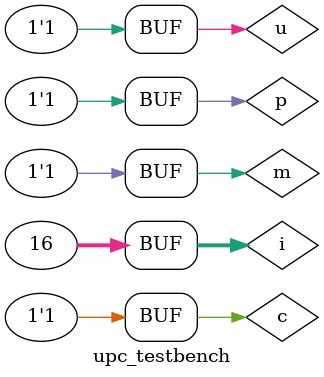
<source format=sv>
module upc_reader(discounted, stolen, u, p, c, m);
		output logic discounted, stolen;
		input logic u, p, c, m;
		
		logic andvalD, norvalS, andvalS, notM, notC;
		
		// Code programs a gate function which generates the discounted output.
		and TheAndGate0 (andvalD, u, c);
		or TheOrGate0 (discounted, andvalD, p);
		
		// Code programs a gate function which generates the stolen output.
		nor TheNorGate0 (norvalS, m, p);
		not TheNotGate0 (notC, c);
		or TheOrGate1 (andvalS, notC, u);
		and TheAndGate2 (stolen, norvalS, andvalS);
		
		
endmodule
	
// Testbench for upc_reader module.
module upc_testbench();
		logic u, p, c, m;
		logic discounted, stolen;
		
		upc_reader dut (.discounted, .stolen, .u, .p, .c, .m);
		
		integer i;
		initial begin
				for(i = 0; i < 16; i++) begin
						{u, p, c, m} = i; #10;
				end
		end
		
endmodule
	

</source>
